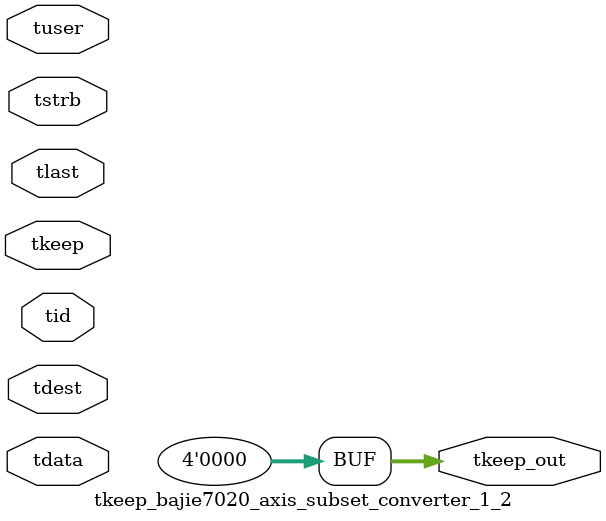
<source format=v>


`timescale 1ps/1ps

module tkeep_bajie7020_axis_subset_converter_1_2 #
(
parameter C_S_AXIS_TDATA_WIDTH = 32,
parameter C_S_AXIS_TUSER_WIDTH = 0,
parameter C_S_AXIS_TID_WIDTH   = 0,
parameter C_S_AXIS_TDEST_WIDTH = 0,
parameter C_M_AXIS_TDATA_WIDTH = 32
)
(
input  [(C_S_AXIS_TDATA_WIDTH == 0 ? 1 : C_S_AXIS_TDATA_WIDTH)-1:0     ] tdata,
input  [(C_S_AXIS_TUSER_WIDTH == 0 ? 1 : C_S_AXIS_TUSER_WIDTH)-1:0     ] tuser,
input  [(C_S_AXIS_TID_WIDTH   == 0 ? 1 : C_S_AXIS_TID_WIDTH)-1:0       ] tid,
input  [(C_S_AXIS_TDEST_WIDTH == 0 ? 1 : C_S_AXIS_TDEST_WIDTH)-1:0     ] tdest,
input  [(C_S_AXIS_TDATA_WIDTH/8)-1:0 ] tkeep,
input  [(C_S_AXIS_TDATA_WIDTH/8)-1:0 ] tstrb,
input                                                                    tlast,
output [(C_M_AXIS_TDATA_WIDTH/8)-1:0 ] tkeep_out
);

assign tkeep_out = {1'b0};

endmodule


</source>
